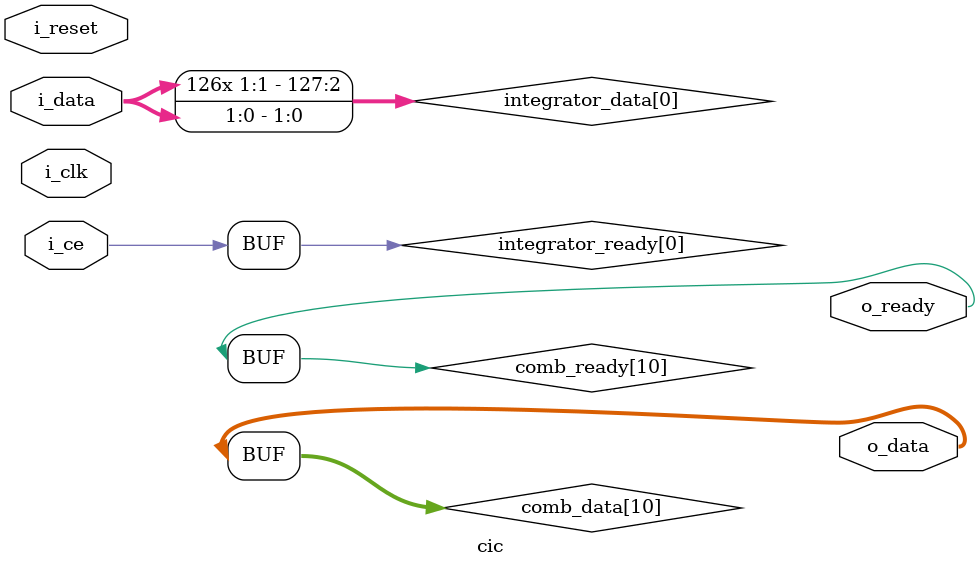
<source format=v>
module cic(
    input wire i_clk,
    input wire i_reset,
    input wire i_ce,
    input wire signed[IW-1:0] i_data,
    
    output reg signed[OW-1:0] o_data,
    output reg o_ready
);


    parameter IW=2, OW=128, R=100, M=10;

    // INTEGRATOR //
    wire signed [OW-1:0] integrator_data[0:M];
    wire integrator_ready [0:M];
    assign integrator_data[0] = {{(OW-IW){i_data[IW-1]}}, i_data};
    assign integrator_ready[0] = i_ce;

    genvar i;
    generate
        for(i = 1; i < M; i++)begin
        
            integrator#(
                .IW(IW),
                .OW(OW))
            integrator_inst(
                .i_clk(i_clk),
                .i_reset(i_reset),
                .i_ce(integrator_ready[i-1]),
                .i_data(integrator_data[i-1]),

                .o_data(integrator_data[i]),
                .o_ready(integrator_ready[i])
            );
        end
    endgenerate

    // DECIMATOR //
    wire decimator_ready;
    wire signed [OW-1:0] decimator_data;
    decimator #(.W(OW),
                .R(R))

    decimator_inst(
        .i_clk(i_clk),
        .i_data(integrator_data[M]),
        .i_ce(integrator_ready[M]),
        .o_data(decimator_data),
        .o_ready(decimator_ready)
    );

    // COMB //
    wire signed [OW-1:0] comb_data[0:M];
    wire comb_ready [0:M];
    assign comb_data[0] = decimator_data;
    assign comb_ready[0] = decimator_ready;
    genvar j;
    generate
    for(j = 1; j < M; j++) begin
        comb #(
             .IW(OW),
             .OW(OW),
             .N(1*R/R))
        comb_0 (
                .i_clk(i_clk),
                .i_data(comb_data[j-1]),
                .i_ce(comb_ready[j-1]),
                .o_data(comb_data[j]),
                .o_ready(comb_ready[j])
            );
    end
    endgenerate

    assign o_data = comb_data[M];
    assign o_ready = comb_ready[M];

    initial begin
    $dumpfile ("cic.vcd");
    $dumpvars (0, cic);
    end
    
endmodule
</source>
